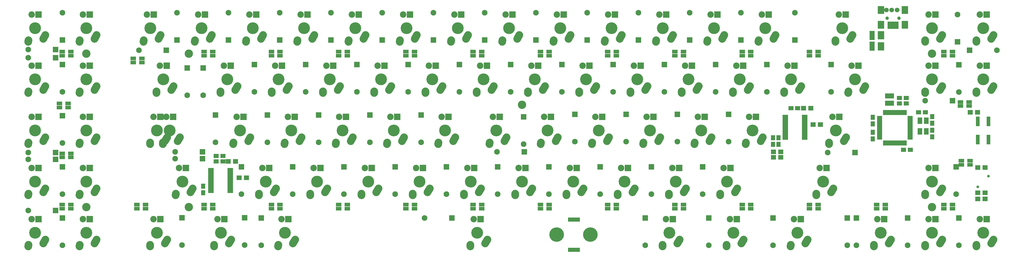
<source format=gbs>
G04 #@! TF.FileFunction,Soldermask,Bot*
%FSLAX46Y46*%
G04 Gerber Fmt 4.6, Leading zero omitted, Abs format (unit mm)*
G04 Created by KiCad (PCBNEW 4.0.3-stable) date Tuesday, August 30, 2016 'AMt' 11:28:48 AM*
%MOMM*%
%LPD*%
G01*
G04 APERTURE LIST*
%ADD10C,0.150000*%
%ADD11C,3.100000*%
%ADD12C,2.099260*%
%ADD13R,2.099260X2.099260*%
%ADD14C,5.400000*%
%ADD15R,2.150000X0.850000*%
%ADD16C,4.387810*%
%ADD17C,2.900000*%
%ADD18R,2.400000X2.400000*%
%ADD19C,2.400000*%
%ADD20R,0.950000X1.900000*%
%ADD21R,1.900000X0.950000*%
%ADD22R,1.900000X1.650000*%
%ADD23R,1.650000X1.900000*%
%ADD24R,1.901140X3.399740*%
%ADD25R,2.429460X3.051760*%
%ADD26R,0.900380X2.701240*%
%ADD27R,2.398980X2.899360*%
%ADD28C,1.299160*%
%ADD29R,1.400000X3.600000*%
%ADD30R,1.700000X2.400000*%
%ADD31R,1.900000X1.700000*%
%ADD32R,1.700000X1.900000*%
%ADD33R,2.000000X1.400000*%
%ADD34C,1.009600*%
%ADD35R,1.750000X1.750000*%
%ADD36C,1.750000*%
%ADD37R,4.400000X1.600000*%
G04 APERTURE END LIST*
D10*
D11*
X95250000Y-38100000D03*
X95250000Y-95250000D03*
D12*
X219712540Y-71755000D03*
D13*
X219712540Y-61595000D03*
D14*
X244500000Y-105500000D03*
X232000000Y-105500000D03*
D15*
X324148000Y-61307000D03*
X324148000Y-61957000D03*
X324148000Y-62607000D03*
X324148000Y-63257000D03*
X324148000Y-63907000D03*
X324148000Y-64557000D03*
X324148000Y-65207000D03*
X324148000Y-65857000D03*
X324148000Y-66507000D03*
X324148000Y-67157000D03*
X324148000Y-67807000D03*
X324148000Y-68457000D03*
X324148000Y-69107000D03*
X324148000Y-69757000D03*
X316948000Y-69757000D03*
X316948000Y-69107000D03*
X316948000Y-68457000D03*
X316948000Y-67807000D03*
X316948000Y-67157000D03*
X316948000Y-66507000D03*
X316948000Y-65857000D03*
X316948000Y-65207000D03*
X316948000Y-64557000D03*
X316948000Y-63907000D03*
X316948000Y-63257000D03*
X316948000Y-62607000D03*
X316948000Y-61957000D03*
X316948000Y-61307000D03*
D16*
X83343750Y-66675000D03*
D17*
X86343297Y-70674954D02*
X87154203Y-69215046D01*
X80804026Y-71754328D02*
X80843474Y-71175672D01*
D18*
X84613750Y-61595000D03*
D19*
X82073750Y-61595000D03*
D11*
X219075000Y-57150000D03*
X371475000Y-95250000D03*
X371475000Y-38100000D03*
X57150000Y-95250000D03*
D20*
X353708000Y-59974000D03*
X354508000Y-59974000D03*
X355308000Y-59974000D03*
X356108000Y-59974000D03*
X356908000Y-59974000D03*
X357708000Y-59974000D03*
X358508000Y-59974000D03*
X359308000Y-59974000D03*
X360108000Y-59974000D03*
X360908000Y-59974000D03*
X361708000Y-59974000D03*
D21*
X363408000Y-61674000D03*
X363408000Y-62474000D03*
X363408000Y-63274000D03*
X363408000Y-64074000D03*
X363408000Y-64874000D03*
X363408000Y-65674000D03*
X363408000Y-66474000D03*
X363408000Y-67274000D03*
X363408000Y-68074000D03*
X363408000Y-68874000D03*
X363408000Y-69674000D03*
D20*
X361708000Y-71374000D03*
X360908000Y-71374000D03*
X360108000Y-71374000D03*
X359308000Y-71374000D03*
X358508000Y-71374000D03*
X357708000Y-71374000D03*
X356908000Y-71374000D03*
X356108000Y-71374000D03*
X355308000Y-71374000D03*
X354508000Y-71374000D03*
X353708000Y-71374000D03*
D21*
X352008000Y-69674000D03*
X352008000Y-68874000D03*
X352008000Y-68074000D03*
X352008000Y-67274000D03*
X352008000Y-66474000D03*
X352008000Y-65674000D03*
X352008000Y-64874000D03*
X352008000Y-64074000D03*
X352008000Y-63274000D03*
X352008000Y-62474000D03*
X352008000Y-61674000D03*
D12*
X90805000Y-22860000D03*
D13*
X90805000Y-33020000D03*
D12*
X381508000Y-109474000D03*
D13*
X381508000Y-99314000D03*
D12*
X35559480Y-36578540D03*
D13*
X45719480Y-36578540D03*
D12*
X48260000Y-22860000D03*
D13*
X48260000Y-33020000D03*
D12*
X76707480Y-36832540D03*
D13*
X86867480Y-36832540D03*
D12*
X109982000Y-22860000D03*
D13*
X109982000Y-33020000D03*
D12*
X129032000Y-22860000D03*
D13*
X129032000Y-33020000D03*
D12*
X148082000Y-22860000D03*
D13*
X148082000Y-33020000D03*
D12*
X167132000Y-22860000D03*
D13*
X167132000Y-33020000D03*
D12*
X186182000Y-22860000D03*
D13*
X186182000Y-33020000D03*
D12*
X205232000Y-22860000D03*
D13*
X205232000Y-33020000D03*
D12*
X224282000Y-22860000D03*
D13*
X224282000Y-33020000D03*
D12*
X243332000Y-22860000D03*
D13*
X243332000Y-33020000D03*
D12*
X262382000Y-22860000D03*
D13*
X262382000Y-33020000D03*
D12*
X281432000Y-22860000D03*
D13*
X281432000Y-33020000D03*
D12*
X300482000Y-22860000D03*
D13*
X300482000Y-33020000D03*
D12*
X320500000Y-22860000D03*
D13*
X320500000Y-33020000D03*
D12*
X380994920Y-23495000D03*
D13*
X380994920Y-33655000D03*
D12*
X395605000Y-36830000D03*
D13*
X385445000Y-36830000D03*
D12*
X35559480Y-39626540D03*
D13*
X45719480Y-39626540D03*
D12*
X48262540Y-52324520D03*
D13*
X48262540Y-42164520D03*
D12*
X94615000Y-53594000D03*
D13*
X94615000Y-43434000D03*
D12*
X100586540Y-53594000D03*
D13*
X100586540Y-43434000D03*
D12*
X119636540Y-52324520D03*
D13*
X119636540Y-42164520D03*
D12*
X138686540Y-52324520D03*
D13*
X138686540Y-42164520D03*
D12*
X157736540Y-52324520D03*
D13*
X157736540Y-42164520D03*
D12*
X176786540Y-52324520D03*
D13*
X176786540Y-42164520D03*
D12*
X195836540Y-52324520D03*
D13*
X195836540Y-42164520D03*
D12*
X214886540Y-52324520D03*
D13*
X214886540Y-42164520D03*
D12*
X233936540Y-52324520D03*
D13*
X233936540Y-42164520D03*
D12*
X252986540Y-52324520D03*
D13*
X252986540Y-42164520D03*
D12*
X272036540Y-52324520D03*
D13*
X272036540Y-42164520D03*
D12*
X291086540Y-52324520D03*
D13*
X291086540Y-42164520D03*
D12*
X310136540Y-52324520D03*
D13*
X310136540Y-42164520D03*
D12*
X334012540Y-52324520D03*
D13*
X334012540Y-42164520D03*
D12*
X368935000Y-55626000D03*
D13*
X379095000Y-55626000D03*
D12*
X381508000Y-52415000D03*
D13*
X381508000Y-42255000D03*
D12*
X35559480Y-74932540D03*
D13*
X45719480Y-74932540D03*
D12*
X48262540Y-71374520D03*
D13*
X48262540Y-61214520D03*
D12*
X90170000Y-74676000D03*
D13*
X100330000Y-74676000D03*
D12*
X105158540Y-71120520D03*
D13*
X105158540Y-60960520D03*
D12*
X124462540Y-71120520D03*
D13*
X124462540Y-60960520D03*
D12*
X143512540Y-71120520D03*
D13*
X143512540Y-60960520D03*
D12*
X162562540Y-71120520D03*
D13*
X162562540Y-60960520D03*
D12*
X181612540Y-71120520D03*
D13*
X181612540Y-60960520D03*
D12*
X209804000Y-74676000D03*
D13*
X219964000Y-74676000D03*
D12*
X238762540Y-70866520D03*
D13*
X238762540Y-60706520D03*
D12*
X257812540Y-70866520D03*
D13*
X257812540Y-60706520D03*
D12*
X276862540Y-70866520D03*
D13*
X276862540Y-60706520D03*
D12*
X295912540Y-70866520D03*
D13*
X295912540Y-60706520D03*
D12*
X332740000Y-74930000D03*
D13*
X342900000Y-74930000D03*
D12*
X35559480Y-77472540D03*
D13*
X45719480Y-77472540D03*
D12*
X48262540Y-90424520D03*
D13*
X48262540Y-80264520D03*
D12*
X90170000Y-77216000D03*
D13*
X100330000Y-77216000D03*
D12*
X114810540Y-90424520D03*
D13*
X114810540Y-80264520D03*
D12*
X133860540Y-90424520D03*
D13*
X133860540Y-80264520D03*
D12*
X152910540Y-90424520D03*
D13*
X152910540Y-80264520D03*
D12*
X171960540Y-90424520D03*
D13*
X171960540Y-80264520D03*
D12*
X191010540Y-90424520D03*
D13*
X191010540Y-80264520D03*
D12*
X210060540Y-90424520D03*
D13*
X210060540Y-80264520D03*
D12*
X229110540Y-90424520D03*
D13*
X229110540Y-80264520D03*
D12*
X248160540Y-90424520D03*
D13*
X248160540Y-80264520D03*
D12*
X267210540Y-90424520D03*
D13*
X267210540Y-80264520D03*
D12*
X286260540Y-90424520D03*
D13*
X286260540Y-80264520D03*
D12*
X340000000Y-109474520D03*
D13*
X340000000Y-99314520D03*
D12*
X380494540Y-90424520D03*
D13*
X380494540Y-80264520D03*
D12*
X35559480Y-96522540D03*
D13*
X45719480Y-96522540D03*
D12*
X48262540Y-109474520D03*
D13*
X48262540Y-99314520D03*
D12*
X92712540Y-109347000D03*
D13*
X92712540Y-99187000D03*
D12*
X115951000Y-109347000D03*
D13*
X115951000Y-99187000D03*
D12*
X122176540Y-109474520D03*
D13*
X122176540Y-99314520D03*
D12*
X182880000Y-99314000D03*
D13*
X193040000Y-99314000D03*
D12*
X264924540Y-109474520D03*
D13*
X264924540Y-99314520D03*
D12*
X288546540Y-109474520D03*
D13*
X288546540Y-99314520D03*
D12*
X312422540Y-109474520D03*
D13*
X312422540Y-99314520D03*
D12*
X343410540Y-109474520D03*
D13*
X343410540Y-99314520D03*
D12*
X362460540Y-109474520D03*
D13*
X362460540Y-99314520D03*
D22*
X107930000Y-78232000D03*
X105430000Y-78232000D03*
D16*
X330993750Y-85725000D03*
D17*
X333993297Y-89724954D02*
X334804203Y-88265046D01*
X328454026Y-90804328D02*
X328493474Y-90225672D01*
D18*
X332263750Y-80645000D03*
D19*
X329723750Y-80645000D03*
D16*
X390525000Y-104775000D03*
D17*
X393524547Y-108774954D02*
X394335453Y-107315046D01*
X387985276Y-109854328D02*
X388024724Y-109275672D01*
D18*
X391795000Y-99695000D03*
D19*
X389255000Y-99695000D03*
D16*
X371475000Y-104775000D03*
D17*
X374474547Y-108774954D02*
X375285453Y-107315046D01*
X368935276Y-109854328D02*
X368974724Y-109275672D01*
D18*
X372745000Y-99695000D03*
D19*
X370205000Y-99695000D03*
D16*
X352425000Y-104775000D03*
D17*
X355424547Y-108774954D02*
X356235453Y-107315046D01*
X349885276Y-109854328D02*
X349924724Y-109275672D01*
D18*
X353695000Y-99695000D03*
D19*
X351155000Y-99695000D03*
D16*
X321468750Y-104775000D03*
D17*
X324468297Y-108774954D02*
X325279203Y-107315046D01*
X318929026Y-109854328D02*
X318968474Y-109275672D01*
D18*
X322738750Y-99695000D03*
D19*
X320198750Y-99695000D03*
D16*
X297656250Y-104775000D03*
D17*
X300655797Y-108774954D02*
X301466703Y-107315046D01*
X295116526Y-109854328D02*
X295155974Y-109275672D01*
D18*
X298926250Y-99695000D03*
D19*
X296386250Y-99695000D03*
D16*
X273843750Y-104775000D03*
D17*
X276843297Y-108774954D02*
X277654203Y-107315046D01*
X271304026Y-109854328D02*
X271343474Y-109275672D01*
D18*
X275113750Y-99695000D03*
D19*
X272573750Y-99695000D03*
D16*
X202406250Y-104775000D03*
D17*
X205405797Y-108774954D02*
X206216703Y-107315046D01*
X199866526Y-109854328D02*
X199905974Y-109275672D01*
D18*
X203676250Y-99695000D03*
D19*
X201136250Y-99695000D03*
D16*
X130968750Y-104775000D03*
D17*
X133968297Y-108774954D02*
X134779203Y-107315046D01*
X128429026Y-109854328D02*
X128468474Y-109275672D01*
D18*
X132238750Y-99695000D03*
D19*
X129698750Y-99695000D03*
D16*
X107156250Y-104775000D03*
D17*
X110155797Y-108774954D02*
X110966703Y-107315046D01*
X104616526Y-109854328D02*
X104655974Y-109275672D01*
D18*
X108426250Y-99695000D03*
D19*
X105886250Y-99695000D03*
D16*
X83343750Y-104775000D03*
D17*
X86343297Y-108774954D02*
X87154203Y-107315046D01*
X80804026Y-109854328D02*
X80843474Y-109275672D01*
D18*
X84613750Y-99695000D03*
D19*
X82073750Y-99695000D03*
D16*
X57150000Y-104775000D03*
D17*
X60149547Y-108774954D02*
X60960453Y-107315046D01*
X54610276Y-109854328D02*
X54649724Y-109275672D01*
D18*
X58420000Y-99695000D03*
D19*
X55880000Y-99695000D03*
D16*
X38100000Y-104775000D03*
D17*
X41099547Y-108774954D02*
X41910453Y-107315046D01*
X35560276Y-109854328D02*
X35599724Y-109275672D01*
D18*
X39370000Y-99695000D03*
D19*
X36830000Y-99695000D03*
D16*
X371475000Y-85725000D03*
D17*
X374474547Y-89724954D02*
X375285453Y-88265046D01*
X368935276Y-90804328D02*
X368974724Y-90225672D01*
D18*
X372745000Y-80645000D03*
D19*
X370205000Y-80645000D03*
D16*
X295275000Y-85725000D03*
D17*
X298274547Y-89724954D02*
X299085453Y-88265046D01*
X292735276Y-90804328D02*
X292774724Y-90225672D01*
D18*
X296545000Y-80645000D03*
D19*
X294005000Y-80645000D03*
D16*
X276225000Y-85725000D03*
D17*
X279224547Y-89724954D02*
X280035453Y-88265046D01*
X273685276Y-90804328D02*
X273724724Y-90225672D01*
D18*
X277495000Y-80645000D03*
D19*
X274955000Y-80645000D03*
D16*
X257175000Y-85725000D03*
D17*
X260174547Y-89724954D02*
X260985453Y-88265046D01*
X254635276Y-90804328D02*
X254674724Y-90225672D01*
D18*
X258445000Y-80645000D03*
D19*
X255905000Y-80645000D03*
D16*
X238125000Y-85725000D03*
D17*
X241124547Y-89724954D02*
X241935453Y-88265046D01*
X235585276Y-90804328D02*
X235624724Y-90225672D01*
D18*
X239395000Y-80645000D03*
D19*
X236855000Y-80645000D03*
D16*
X219075000Y-85725000D03*
D17*
X222074547Y-89724954D02*
X222885453Y-88265046D01*
X216535276Y-90804328D02*
X216574724Y-90225672D01*
D18*
X220345000Y-80645000D03*
D19*
X217805000Y-80645000D03*
D16*
X200025000Y-85725000D03*
D17*
X203024547Y-89724954D02*
X203835453Y-88265046D01*
X197485276Y-90804328D02*
X197524724Y-90225672D01*
D18*
X201295000Y-80645000D03*
D19*
X198755000Y-80645000D03*
D16*
X180975000Y-85725000D03*
D17*
X183974547Y-89724954D02*
X184785453Y-88265046D01*
X178435276Y-90804328D02*
X178474724Y-90225672D01*
D18*
X182245000Y-80645000D03*
D19*
X179705000Y-80645000D03*
D16*
X161925000Y-85725000D03*
D17*
X164924547Y-89724954D02*
X165735453Y-88265046D01*
X159385276Y-90804328D02*
X159424724Y-90225672D01*
D18*
X163195000Y-80645000D03*
D19*
X160655000Y-80645000D03*
D16*
X142875000Y-85725000D03*
D17*
X145874547Y-89724954D02*
X146685453Y-88265046D01*
X140335276Y-90804328D02*
X140374724Y-90225672D01*
D18*
X144145000Y-80645000D03*
D19*
X141605000Y-80645000D03*
D16*
X123825000Y-85725000D03*
D17*
X126824547Y-89724954D02*
X127635453Y-88265046D01*
X121285276Y-90804328D02*
X121324724Y-90225672D01*
D18*
X125095000Y-80645000D03*
D19*
X122555000Y-80645000D03*
D16*
X92868750Y-85725000D03*
D17*
X95868297Y-89724954D02*
X96679203Y-88265046D01*
X90329026Y-90804328D02*
X90368474Y-90225672D01*
D18*
X94138750Y-80645000D03*
D19*
X91598750Y-80645000D03*
D16*
X57150000Y-85725000D03*
D17*
X60149547Y-89724954D02*
X60960453Y-88265046D01*
X54610276Y-90804328D02*
X54649724Y-90225672D01*
D18*
X58420000Y-80645000D03*
D19*
X55880000Y-80645000D03*
D16*
X38100000Y-85725000D03*
D17*
X41099547Y-89724954D02*
X41910453Y-88265046D01*
X35560276Y-90804328D02*
X35599724Y-90225672D01*
D18*
X39370000Y-80645000D03*
D19*
X36830000Y-80645000D03*
D16*
X335756250Y-66675000D03*
D17*
X338755797Y-70674954D02*
X339566703Y-69215046D01*
X333216526Y-71754328D02*
X333255974Y-71175672D01*
D18*
X337026250Y-61595000D03*
D19*
X334486250Y-61595000D03*
D16*
X304800000Y-66675000D03*
D17*
X307799547Y-70674954D02*
X308610453Y-69215046D01*
X302260276Y-71754328D02*
X302299724Y-71175672D01*
D18*
X306070000Y-61595000D03*
D19*
X303530000Y-61595000D03*
D16*
X285750000Y-66675000D03*
D17*
X288749547Y-70674954D02*
X289560453Y-69215046D01*
X283210276Y-71754328D02*
X283249724Y-71175672D01*
D18*
X287020000Y-61595000D03*
D19*
X284480000Y-61595000D03*
D16*
X266700000Y-66675000D03*
D17*
X269699547Y-70674954D02*
X270510453Y-69215046D01*
X264160276Y-71754328D02*
X264199724Y-71175672D01*
D18*
X267970000Y-61595000D03*
D19*
X265430000Y-61595000D03*
D16*
X247650000Y-66675000D03*
D17*
X250649547Y-70674954D02*
X251460453Y-69215046D01*
X245110276Y-71754328D02*
X245149724Y-71175672D01*
D18*
X248920000Y-61595000D03*
D19*
X246380000Y-61595000D03*
D16*
X228600000Y-66675000D03*
D17*
X231599547Y-70674954D02*
X232410453Y-69215046D01*
X226060276Y-71754328D02*
X226099724Y-71175672D01*
D18*
X229870000Y-61595000D03*
D19*
X227330000Y-61595000D03*
D16*
X209550000Y-66675000D03*
D17*
X212549547Y-70674954D02*
X213360453Y-69215046D01*
X207010276Y-71754328D02*
X207049724Y-71175672D01*
D18*
X210820000Y-61595000D03*
D19*
X208280000Y-61595000D03*
D16*
X190500000Y-66675000D03*
D17*
X193499547Y-70674954D02*
X194310453Y-69215046D01*
X187960276Y-71754328D02*
X187999724Y-71175672D01*
D18*
X191770000Y-61595000D03*
D19*
X189230000Y-61595000D03*
D16*
X171450000Y-66675000D03*
D17*
X174449547Y-70674954D02*
X175260453Y-69215046D01*
X168910276Y-71754328D02*
X168949724Y-71175672D01*
D18*
X172720000Y-61595000D03*
D19*
X170180000Y-61595000D03*
D16*
X152400000Y-66675000D03*
D17*
X155399547Y-70674954D02*
X156210453Y-69215046D01*
X149860276Y-71754328D02*
X149899724Y-71175672D01*
D18*
X153670000Y-61595000D03*
D19*
X151130000Y-61595000D03*
D16*
X133350000Y-66675000D03*
D17*
X136349547Y-70674954D02*
X137160453Y-69215046D01*
X130810276Y-71754328D02*
X130849724Y-71175672D01*
D18*
X134620000Y-61595000D03*
D19*
X132080000Y-61595000D03*
D16*
X114300000Y-66675000D03*
D17*
X117299547Y-70674954D02*
X118110453Y-69215046D01*
X111760276Y-71754328D02*
X111799724Y-71175672D01*
D18*
X115570000Y-61595000D03*
D19*
X113030000Y-61595000D03*
D16*
X88106250Y-66675000D03*
D17*
X91105797Y-70674954D02*
X91916703Y-69215046D01*
X85566526Y-71754328D02*
X85605974Y-71175672D01*
D18*
X89376250Y-61595000D03*
D19*
X86836250Y-61595000D03*
D16*
X57150000Y-66675000D03*
D17*
X60149547Y-70674954D02*
X60960453Y-69215046D01*
X54610276Y-71754328D02*
X54649724Y-71175672D01*
D18*
X58420000Y-61595000D03*
D19*
X55880000Y-61595000D03*
D16*
X38100000Y-66675000D03*
D17*
X41099547Y-70674954D02*
X41910453Y-69215046D01*
X35560276Y-71754328D02*
X35599724Y-71175672D01*
D18*
X39370000Y-61595000D03*
D19*
X36830000Y-61595000D03*
D16*
X390525000Y-47625000D03*
D17*
X393524547Y-51624954D02*
X394335453Y-50165046D01*
X387985276Y-52704328D02*
X388024724Y-52125672D01*
D18*
X391795000Y-42545000D03*
D19*
X389255000Y-42545000D03*
D16*
X371475000Y-47625000D03*
D17*
X374474547Y-51624954D02*
X375285453Y-50165046D01*
X368935276Y-52704328D02*
X368974724Y-52125672D01*
D18*
X372745000Y-42545000D03*
D19*
X370205000Y-42545000D03*
D16*
X342900000Y-47625000D03*
D17*
X345899547Y-51624954D02*
X346710453Y-50165046D01*
X340360276Y-52704328D02*
X340399724Y-52125672D01*
D18*
X344170000Y-42545000D03*
D19*
X341630000Y-42545000D03*
D16*
X319087500Y-47625000D03*
D17*
X322087047Y-51624954D02*
X322897953Y-50165046D01*
X316547776Y-52704328D02*
X316587224Y-52125672D01*
D18*
X320357500Y-42545000D03*
D19*
X317817500Y-42545000D03*
D16*
X300037500Y-47625000D03*
D17*
X303037047Y-51624954D02*
X303847953Y-50165046D01*
X297497776Y-52704328D02*
X297537224Y-52125672D01*
D18*
X301307500Y-42545000D03*
D19*
X298767500Y-42545000D03*
D16*
X280987500Y-47625000D03*
D17*
X283987047Y-51624954D02*
X284797953Y-50165046D01*
X278447776Y-52704328D02*
X278487224Y-52125672D01*
D18*
X282257500Y-42545000D03*
D19*
X279717500Y-42545000D03*
D16*
X261937500Y-47625000D03*
D17*
X264937047Y-51624954D02*
X265747953Y-50165046D01*
X259397776Y-52704328D02*
X259437224Y-52125672D01*
D18*
X263207500Y-42545000D03*
D19*
X260667500Y-42545000D03*
D16*
X242887500Y-47625000D03*
D17*
X245887047Y-51624954D02*
X246697953Y-50165046D01*
X240347776Y-52704328D02*
X240387224Y-52125672D01*
D18*
X244157500Y-42545000D03*
D19*
X241617500Y-42545000D03*
D16*
X223837500Y-47625000D03*
D17*
X226837047Y-51624954D02*
X227647953Y-50165046D01*
X221297776Y-52704328D02*
X221337224Y-52125672D01*
D18*
X225107500Y-42545000D03*
D19*
X222567500Y-42545000D03*
D16*
X204787500Y-47625000D03*
D17*
X207787047Y-51624954D02*
X208597953Y-50165046D01*
X202247776Y-52704328D02*
X202287224Y-52125672D01*
D18*
X206057500Y-42545000D03*
D19*
X203517500Y-42545000D03*
D16*
X185737500Y-47625000D03*
D17*
X188737047Y-51624954D02*
X189547953Y-50165046D01*
X183197776Y-52704328D02*
X183237224Y-52125672D01*
D18*
X187007500Y-42545000D03*
D19*
X184467500Y-42545000D03*
D16*
X166687500Y-47625000D03*
D17*
X169687047Y-51624954D02*
X170497953Y-50165046D01*
X164147776Y-52704328D02*
X164187224Y-52125672D01*
D18*
X167957500Y-42545000D03*
D19*
X165417500Y-42545000D03*
D16*
X147637500Y-47625000D03*
D17*
X150637047Y-51624954D02*
X151447953Y-50165046D01*
X145097776Y-52704328D02*
X145137224Y-52125672D01*
D18*
X148907500Y-42545000D03*
D19*
X146367500Y-42545000D03*
D16*
X128587500Y-47625000D03*
D17*
X131587047Y-51624954D02*
X132397953Y-50165046D01*
X126047776Y-52704328D02*
X126087224Y-52125672D01*
D18*
X129857500Y-42545000D03*
D19*
X127317500Y-42545000D03*
D16*
X109537500Y-47625000D03*
D17*
X112537047Y-51624954D02*
X113347953Y-50165046D01*
X106997776Y-52704328D02*
X107037224Y-52125672D01*
D18*
X110807500Y-42545000D03*
D19*
X108267500Y-42545000D03*
D16*
X85725000Y-47625000D03*
D17*
X88724547Y-51624954D02*
X89535453Y-50165046D01*
X83185276Y-52704328D02*
X83224724Y-52125672D01*
D18*
X86995000Y-42545000D03*
D19*
X84455000Y-42545000D03*
D16*
X57150000Y-47625000D03*
D17*
X60149547Y-51624954D02*
X60960453Y-50165046D01*
X54610276Y-52704328D02*
X54649724Y-52125672D01*
D18*
X58420000Y-42545000D03*
D19*
X55880000Y-42545000D03*
D16*
X38100000Y-47625000D03*
D17*
X41099547Y-51624954D02*
X41910453Y-50165046D01*
X35560276Y-52704328D02*
X35599724Y-52125672D01*
D18*
X39370000Y-42545000D03*
D19*
X36830000Y-42545000D03*
D16*
X390525000Y-28575000D03*
D17*
X393524547Y-32574954D02*
X394335453Y-31115046D01*
X387985276Y-33654328D02*
X388024724Y-33075672D01*
D18*
X391795000Y-23495000D03*
D19*
X389255000Y-23495000D03*
D16*
X371475000Y-28575000D03*
D17*
X374474547Y-32574954D02*
X375285453Y-31115046D01*
X368935276Y-33654328D02*
X368974724Y-33075672D01*
D18*
X372745000Y-23495000D03*
D19*
X370205000Y-23495000D03*
D16*
X338137500Y-28575000D03*
D17*
X341137047Y-32574954D02*
X341947953Y-31115046D01*
X335597776Y-33654328D02*
X335637224Y-33075672D01*
D18*
X339407500Y-23495000D03*
D19*
X336867500Y-23495000D03*
D16*
X309562500Y-28575000D03*
D17*
X312562047Y-32574954D02*
X313372953Y-31115046D01*
X307022776Y-33654328D02*
X307062224Y-33075672D01*
D18*
X310832500Y-23495000D03*
D19*
X308292500Y-23495000D03*
D16*
X290512500Y-28575000D03*
D17*
X293512047Y-32574954D02*
X294322953Y-31115046D01*
X287972776Y-33654328D02*
X288012224Y-33075672D01*
D18*
X291782500Y-23495000D03*
D19*
X289242500Y-23495000D03*
D16*
X271462500Y-28575000D03*
D17*
X274462047Y-32574954D02*
X275272953Y-31115046D01*
X268922776Y-33654328D02*
X268962224Y-33075672D01*
D18*
X272732500Y-23495000D03*
D19*
X270192500Y-23495000D03*
D16*
X252412500Y-28575000D03*
D17*
X255412047Y-32574954D02*
X256222953Y-31115046D01*
X249872776Y-33654328D02*
X249912224Y-33075672D01*
D18*
X253682500Y-23495000D03*
D19*
X251142500Y-23495000D03*
D16*
X233362500Y-28575000D03*
D17*
X236362047Y-32574954D02*
X237172953Y-31115046D01*
X230822776Y-33654328D02*
X230862224Y-33075672D01*
D18*
X234632500Y-23495000D03*
D19*
X232092500Y-23495000D03*
D16*
X214312500Y-28575000D03*
D17*
X217312047Y-32574954D02*
X218122953Y-31115046D01*
X211772776Y-33654328D02*
X211812224Y-33075672D01*
D18*
X215582500Y-23495000D03*
D19*
X213042500Y-23495000D03*
D16*
X195262500Y-28575000D03*
D17*
X198262047Y-32574954D02*
X199072953Y-31115046D01*
X192722776Y-33654328D02*
X192762224Y-33075672D01*
D18*
X196532500Y-23495000D03*
D19*
X193992500Y-23495000D03*
D16*
X176212500Y-28575000D03*
D17*
X179212047Y-32574954D02*
X180022953Y-31115046D01*
X173672776Y-33654328D02*
X173712224Y-33075672D01*
D18*
X177482500Y-23495000D03*
D19*
X174942500Y-23495000D03*
D16*
X157162500Y-28575000D03*
D17*
X160162047Y-32574954D02*
X160972953Y-31115046D01*
X154622776Y-33654328D02*
X154662224Y-33075672D01*
D18*
X158432500Y-23495000D03*
D19*
X155892500Y-23495000D03*
D16*
X138112500Y-28575000D03*
D17*
X141112047Y-32574954D02*
X141922953Y-31115046D01*
X135572776Y-33654328D02*
X135612224Y-33075672D01*
D18*
X139382500Y-23495000D03*
D19*
X136842500Y-23495000D03*
D16*
X119062500Y-28575000D03*
D17*
X122062047Y-32574954D02*
X122872953Y-31115046D01*
X116522776Y-33654328D02*
X116562224Y-33075672D01*
D18*
X120332500Y-23495000D03*
D19*
X117792500Y-23495000D03*
D16*
X100012500Y-28575000D03*
D17*
X103012047Y-32574954D02*
X103822953Y-31115046D01*
X97472776Y-33654328D02*
X97512224Y-33075672D01*
D18*
X101282500Y-23495000D03*
D19*
X98742500Y-23495000D03*
D16*
X80962500Y-28575000D03*
D17*
X83962047Y-32574954D02*
X84772953Y-31115046D01*
X78422776Y-33654328D02*
X78462224Y-33075672D01*
D18*
X82232500Y-23495000D03*
D19*
X79692500Y-23495000D03*
D16*
X57150000Y-28575000D03*
D17*
X60149547Y-32574954D02*
X60960453Y-31115046D01*
X54610276Y-33654328D02*
X54649724Y-33075672D01*
D18*
X58420000Y-23495000D03*
D19*
X55880000Y-23495000D03*
D16*
X38100000Y-28575000D03*
D17*
X41099547Y-32574954D02*
X41910453Y-31115046D01*
X35560276Y-33654328D02*
X35599724Y-33075672D01*
D18*
X39370000Y-23495000D03*
D19*
X36830000Y-23495000D03*
D22*
X107930000Y-76200000D03*
X105430000Y-76200000D03*
D23*
X100584000Y-89916000D03*
X100584000Y-87416000D03*
D24*
X349250000Y-31275020D03*
X349250000Y-35272980D03*
D23*
X349504000Y-69830000D03*
X349504000Y-67330000D03*
D22*
X360954000Y-73914000D03*
X363454000Y-73914000D03*
X366542000Y-59944000D03*
X369042000Y-59944000D03*
X361930000Y-56642000D03*
X359430000Y-56642000D03*
D23*
X371602000Y-69068000D03*
X371602000Y-66568000D03*
X371602000Y-61488000D03*
X371602000Y-63988000D03*
D22*
X361930000Y-54610000D03*
X359430000Y-54610000D03*
D23*
X349504000Y-64242000D03*
X349504000Y-61742000D03*
D25*
X352552000Y-31188660D03*
X352552000Y-35359340D03*
D26*
X355399800Y-27449320D03*
X356199900Y-27449320D03*
X357000000Y-27449320D03*
X357800100Y-27449320D03*
X358600200Y-27449320D03*
D27*
X352549920Y-27350260D03*
X352549920Y-21851160D03*
X361450080Y-27350260D03*
X361450080Y-21851160D03*
D28*
X354800360Y-24850900D03*
X359199640Y-24850900D03*
D29*
X392525000Y-63275000D03*
X392525000Y-70075000D03*
X388525000Y-70075000D03*
X388525000Y-63275000D03*
D30*
X366973000Y-67024000D03*
X366973000Y-63024000D03*
X369373000Y-63024000D03*
X369373000Y-67024000D03*
D31*
X391240000Y-92202000D03*
X388540000Y-92202000D03*
X112602000Y-78232000D03*
X109902000Y-78232000D03*
X113966000Y-84328000D03*
X116666000Y-84328000D03*
X391240000Y-80518000D03*
X388540000Y-80518000D03*
X391240000Y-89916000D03*
X388540000Y-89916000D03*
D32*
X354900000Y-56534000D03*
X354900000Y-53834000D03*
X356525000Y-56534000D03*
X356525000Y-53834000D03*
D31*
X388446000Y-59944000D03*
X385746000Y-59944000D03*
D11*
X57150000Y-38100000D03*
D15*
X110661000Y-81119000D03*
X110661000Y-81769000D03*
X110661000Y-82419000D03*
X110661000Y-83069000D03*
X110661000Y-83719000D03*
X110661000Y-84369000D03*
X110661000Y-85019000D03*
X110661000Y-85669000D03*
X110661000Y-86319000D03*
X110661000Y-86969000D03*
X110661000Y-87619000D03*
X110661000Y-88269000D03*
X110661000Y-88919000D03*
X110661000Y-89569000D03*
X103461000Y-89569000D03*
X103461000Y-88919000D03*
X103461000Y-88269000D03*
X103461000Y-87619000D03*
X103461000Y-86969000D03*
X103461000Y-86319000D03*
X103461000Y-85669000D03*
X103461000Y-85019000D03*
X103461000Y-84369000D03*
X103461000Y-83719000D03*
X103461000Y-83069000D03*
X103461000Y-82419000D03*
X103461000Y-81769000D03*
X103461000Y-81119000D03*
D31*
X327326000Y-64516000D03*
X330026000Y-64516000D03*
X326470000Y-58420000D03*
X323770000Y-58420000D03*
D23*
X314452000Y-71862000D03*
X314452000Y-69362000D03*
X312420000Y-71862000D03*
X312420000Y-69362000D03*
D22*
X321564000Y-58420000D03*
X319064000Y-58420000D03*
D31*
X312594000Y-76708000D03*
X315294000Y-76708000D03*
X312594000Y-74676000D03*
X315294000Y-74676000D03*
D33*
X204140000Y-94278000D03*
X204140000Y-95778000D03*
X200940000Y-94278000D03*
X200940000Y-95778000D03*
X385267000Y-56082500D03*
X385267000Y-57582500D03*
X382067000Y-56082500D03*
X382067000Y-57582500D03*
X379140000Y-37350000D03*
X379140000Y-38850000D03*
X375940000Y-37350000D03*
X375940000Y-38850000D03*
X385648000Y-77990000D03*
X385648000Y-79490000D03*
X382448000Y-77990000D03*
X382448000Y-79490000D03*
X379140000Y-94278000D03*
X379140000Y-95778000D03*
X375940000Y-94278000D03*
X375940000Y-95778000D03*
X354140000Y-94278000D03*
X354140000Y-95778000D03*
X350940000Y-94278000D03*
X350940000Y-95778000D03*
X329140000Y-94278000D03*
X329140000Y-95778000D03*
X325940000Y-94278000D03*
X325940000Y-95778000D03*
X254140000Y-94278000D03*
X254140000Y-95778000D03*
X250940000Y-94278000D03*
X250940000Y-95778000D03*
X279140000Y-94278000D03*
X279140000Y-95778000D03*
X275940000Y-94278000D03*
X275940000Y-95778000D03*
X329140000Y-37350000D03*
X329140000Y-38850000D03*
X325940000Y-37350000D03*
X325940000Y-38850000D03*
X254140000Y-37350000D03*
X254140000Y-38850000D03*
X250940000Y-37350000D03*
X250940000Y-38850000D03*
X229140000Y-94278000D03*
X229140000Y-95778000D03*
X225940000Y-94278000D03*
X225940000Y-95778000D03*
X304140000Y-94278000D03*
X304140000Y-95778000D03*
X300940000Y-94278000D03*
X300940000Y-95778000D03*
X304140000Y-37350000D03*
X304140000Y-38850000D03*
X300940000Y-37350000D03*
X300940000Y-38850000D03*
X229140000Y-37350000D03*
X229140000Y-38850000D03*
X225940000Y-37350000D03*
X225940000Y-38850000D03*
X279140000Y-37350000D03*
X279140000Y-38850000D03*
X275940000Y-37350000D03*
X275940000Y-38850000D03*
X154140000Y-37350000D03*
X154140000Y-38850000D03*
X150940000Y-37350000D03*
X150940000Y-38850000D03*
X51384000Y-75208000D03*
X51384000Y-76708000D03*
X48184000Y-75208000D03*
X48184000Y-76708000D03*
X179140000Y-37350000D03*
X179140000Y-38850000D03*
X175940000Y-37350000D03*
X175940000Y-38850000D03*
X129140000Y-94278000D03*
X129140000Y-95778000D03*
X125940000Y-94278000D03*
X125940000Y-95778000D03*
X154140000Y-94278000D03*
X154140000Y-95778000D03*
X150940000Y-94278000D03*
X150940000Y-95778000D03*
X179140000Y-94278000D03*
X179140000Y-95778000D03*
X175940000Y-94278000D03*
X175940000Y-95778000D03*
X129140000Y-37350000D03*
X129140000Y-38850000D03*
X125940000Y-37350000D03*
X125940000Y-38850000D03*
X104140000Y-94278000D03*
X104140000Y-95778000D03*
X100940000Y-94278000D03*
X100940000Y-95778000D03*
X51384000Y-37350000D03*
X51384000Y-38850000D03*
X48184000Y-37350000D03*
X48184000Y-38850000D03*
X51384000Y-94278000D03*
X51384000Y-95778000D03*
X48184000Y-94278000D03*
X48184000Y-95778000D03*
X79140000Y-94278000D03*
X79140000Y-95778000D03*
X75940000Y-94278000D03*
X75940000Y-95778000D03*
X50368000Y-56654000D03*
X50368000Y-58154000D03*
X47168000Y-56654000D03*
X47168000Y-58154000D03*
X204140000Y-37350000D03*
X204140000Y-38850000D03*
X200940000Y-37350000D03*
X200940000Y-38850000D03*
X77800000Y-39890000D03*
X77800000Y-41390000D03*
X74600000Y-39890000D03*
X74600000Y-41390000D03*
X104140000Y-37350000D03*
X104140000Y-38850000D03*
X100940000Y-37350000D03*
X100940000Y-38850000D03*
D34*
X392525000Y-83725000D03*
X388525000Y-87725000D03*
D35*
X352549920Y-21851160D03*
D36*
X354549920Y-21851160D03*
X356549920Y-21851160D03*
X358549920Y-21851160D03*
D37*
X238379000Y-99900000D03*
X238379000Y-111100000D03*
M02*

</source>
